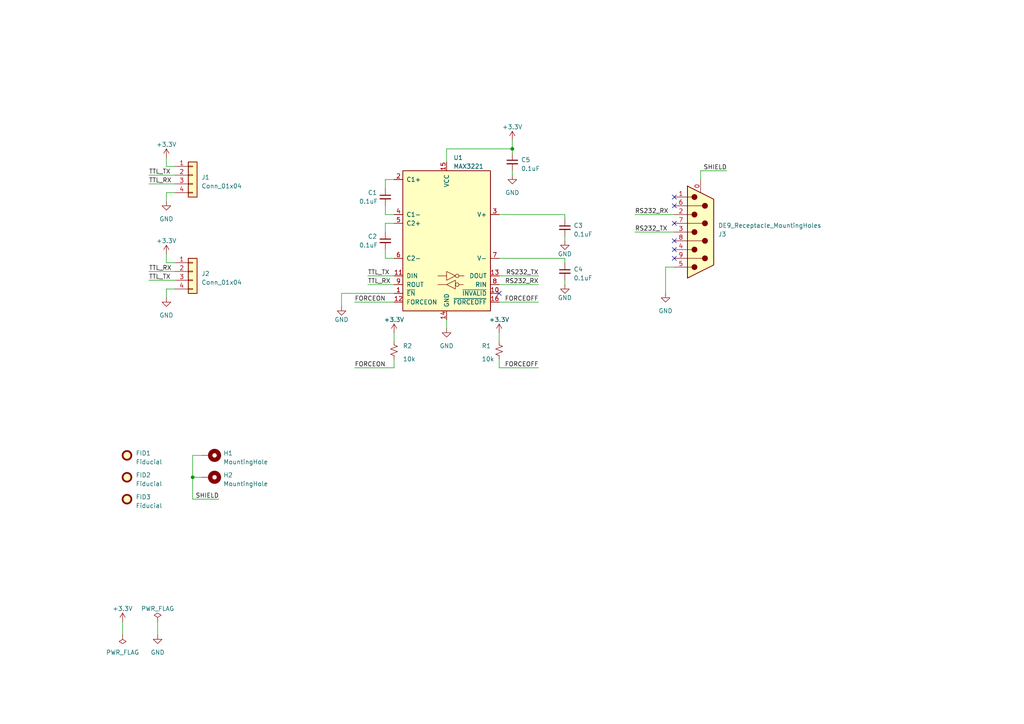
<source format=kicad_sch>
(kicad_sch (version 20230121) (generator eeschema)
  (paper "A4")
  (lib_symbols
    (symbol "Connector:DE9_Plug_MountingHoles" (pin_names (offset 1.016) hide)
      (property "Reference" "J" (at 0 16.51 0))
      (property "Value" "DE9_Plug_MountingHoles" (at 0 14.605 0))
      (symbol "DE9_Plug_MountingHoles_0_1"
        (circle (center -1.778 -10.16) (radius 0.762) (fill (type outline)))
        (circle (center -1.778 -5.08) (radius 0.762) (fill (type outline)))
        (circle (center -1.778 0) (radius 0.762) (fill (type outline)))
        (circle (center -1.778 5.08) (radius 0.762) (fill (type outline)))
        (circle (center -1.778 10.16) (radius 0.762) (fill (type outline)))
        (polyline (pts (xy -3.81 -10.16) (xy -2.54 -10.16)))
        (polyline (pts (xy -3.81 -7.62) (xy 0.508 -7.62)))
        (polyline (pts (xy -3.81 -5.08) (xy -2.54 -5.08)))
        (polyline (pts (xy -3.81 -2.54) (xy 0.508 -2.54)))
        (polyline (pts (xy -3.81 0) (xy -2.54 0)))
        (polyline (pts (xy -3.81 2.54) (xy 0.508 2.54)))
        (polyline (pts (xy -3.81 5.08) (xy -2.54 5.08)))
        (polyline (pts (xy -3.81 7.62) (xy 0.508 7.62)))
        (polyline (pts (xy -3.81 10.16) (xy -2.54 10.16)))
        (polyline (pts (xy -3.81 -13.335) (xy -3.81 13.335) (xy 3.81 9.525) (xy 3.81 -9.525) (xy -3.81 -13.335)) (stroke (width 0.254)) (fill (type background)))
        (circle (center 1.27 -7.62) (radius 0.762) (fill (type outline)))
        (circle (center 1.27 -2.54) (radius 0.762) (fill (type outline)))
        (circle (center 1.27 2.54) (radius 0.762) (fill (type outline)))
        (circle (center 1.27 7.62) (radius 0.762) (fill (type outline)))
      )
      (symbol "DE9_Plug_MountingHoles_1_1"
        (pin passive line (at 0 -15.24 90) (length 3.81) (name "PAD") (number "0"))
        (pin passive line (at -7.62 -10.16 0) (length 3.81) (name "1") (number "1"))
        (pin passive line (at -7.62 -5.08 0) (length 3.81) (name "2") (number "2"))
        (pin passive line (at -7.62 0 0) (length 3.81) (name "3") (number "3"))
        (pin passive line (at -7.62 5.08 0) (length 3.81) (name "4") (number "4"))
        (pin passive line (at -7.62 10.16 0) (length 3.81) (name "5") (number "5"))
        (pin passive line (at -7.62 -7.62 0) (length 3.81) (name "6") (number "6"))
        (pin passive line (at -7.62 -2.54 0) (length 3.81) (name "7") (number "7"))
        (pin passive line (at -7.62 2.54 0) (length 3.81) (name "8") (number "8"))
        (pin passive line (at -7.62 7.62 0) (length 3.81) (name "9") (number "9"))
      )
    )
    (symbol "Connector_Generic:Conn_01x04" (pin_names (offset 1.016) hide)
      (property "Reference" "J" (at 0 5.08 0))
      (property "Value" "Conn_01x04" (at 0 -7.62 0))
      (symbol "Conn_01x04_1_1"
        (rectangle (start -1.27 -4.953) (end 0 -5.207) (stroke (width 0.1524)))
        (rectangle (start -1.27 -2.413) (end 0 -2.667) (stroke (width 0.1524)))
        (rectangle (start -1.27 0.127) (end 0 -0.127) (stroke (width 0.1524)))
        (rectangle (start -1.27 2.667) (end 0 2.413) (stroke (width 0.1524)))
        (rectangle (start -1.27 3.81) (end 1.27 -6.35) (stroke (width 0.254)) (fill (type background)))
        (pin passive line (at -5.08 2.54 0) (length 3.81) (name "Pin_1") (number "1"))
        (pin passive line (at -5.08 0 0) (length 3.81) (name "Pin_2") (number "2"))
        (pin passive line (at -5.08 -2.54 0) (length 3.81) (name "Pin_3") (number "3"))
        (pin passive line (at -5.08 -5.08 0) (length 3.81) (name "Pin_4") (number "4"))
      )
    )
    (symbol "Device:C_Small" (pin_numbers hide) (pin_names (offset 0.254) hide)
      (property "Reference" "C" (at 0.254 1.778 0))
      (property "Value" "C_Small" (at 0.254 -2.032 0))
      (symbol "C_Small_0_1"
        (polyline (pts (xy -1.524 -0.508) (xy 1.524 -0.508)) (stroke (width 0.3302)))
        (polyline (pts (xy -1.524 0.508) (xy 1.524 0.508)) (stroke (width 0.3048)))
      )
      (symbol "C_Small_1_1"
        (pin passive line (at 0 2.54 270) (length 2.032) (name "~") (number "1"))
        (pin passive line (at 0 -2.54 90) (length 2.032) (name "~") (number "2"))
      )
    )
    (symbol "Device:R_Small_US" (pin_numbers hide) (pin_names (offset 0.254) hide)
      (property "Reference" "R" (at 0.762 0.508 0))
      (property "Value" "R_Small_US" (at 0.762 -1.016 0))
      (symbol "R_Small_US_1_1"
        (polyline (pts (xy 0 0) (xy 1.016 -0.381) (xy 0 -0.762) (xy -1.016 -1.143) (xy 0 -1.524)))
        (polyline (pts (xy 0 1.524) (xy 1.016 1.143) (xy 0 0.762) (xy -1.016 0.381) (xy 0 0)))
        (pin passive line (at 0 2.54 270) (length 1.016) (name "~") (number "1"))
        (pin passive line (at 0 -2.54 90) (length 1.016) (name "~") (number "2"))
      )
    )
    (symbol "Interface_UART:MAX3221" (pin_names (offset 1.016))
      (property "Reference" "U" (at -10.16 21.59 0))
      (property "Value" "MAX3221" (at 12.7 21.59 0))
      (symbol "MAX3221_0_1"
        (rectangle (start -12.7 -20.32) (end 12.7 20.32) (stroke (width 0.254)) (fill (type background)))
        (polyline (pts (xy -2.54 -12.7) (xy 0 -12.7) (xy 0 -12.7)))
        (polyline (pts (xy -2.54 -10.16) (xy 0 -10.16) (xy 0 -10.16)))
        (polyline (pts (xy 3.556 -12.7) (xy 4.826 -12.7) (xy 4.826 -12.7)))
        (polyline (pts (xy 3.556 -10.16) (xy 5.08 -10.16) (xy 5.08 -10.16)))
        (polyline (pts (xy 2.54 -11.43) (xy 2.54 -13.97) (xy 0 -12.7) (xy 2.54 -11.43) (xy 2.54 -11.43)))
        (polyline (pts (xy 0 -11.43) (xy 0 -8.89) (xy 2.54 -10.16) (xy 0 -11.43) (xy 0 -11.43) (xy 0 -11.43)))
        (circle (center 3.048 -12.7) (radius 0.508))
        (circle (center 3.048 -10.16) (radius 0.508))
      )
      (symbol "MAX3221_1_1"
        (pin input line (at -15.24 -15.24 0) (length 2.54) (name "~{EN}") (number "1"))
        (pin output line (at 15.24 -15.24 180) (length 2.54) (name "~{INVALID}") (number "10"))
        (pin input line (at -15.24 -10.16 0) (length 2.54) (name "DIN") (number "11"))
        (pin input line (at -15.24 -17.78 0) (length 2.54) (name "FORCEON") (number "12"))
        (pin output line (at 15.24 -10.16 180) (length 2.54) (name "DOUT") (number "13"))
        (pin power_in line (at 0 -22.86 90) (length 2.54) (name "GND") (number "14"))
        (pin power_in line (at 0 22.86 270) (length 2.54) (name "VCC") (number "15"))
        (pin input line (at 15.24 -17.78 180) (length 2.54) (name "~{FORCEOFF}") (number "16"))
        (pin passive line (at -15.24 17.78 0) (length 2.54) (name "C1+") (number "2"))
        (pin power_out line (at 15.24 7.62 180) (length 2.54) (name "V+") (number "3"))
        (pin passive line (at -15.24 7.62 0) (length 2.54) (name "C1-") (number "4"))
        (pin passive line (at -15.24 5.08 0) (length 2.54) (name "C2+") (number "5"))
        (pin passive line (at -15.24 -5.08 0) (length 2.54) (name "C2-") (number "6"))
        (pin power_out line (at 15.24 -5.08 180) (length 2.54) (name "V-") (number "7"))
        (pin input line (at 15.24 -12.7 180) (length 2.54) (name "RIN") (number "8"))
        (pin output line (at -15.24 -12.7 0) (length 2.54) (name "ROUT") (number "9"))
      )
    )
    (symbol "Mechanical:Fiducial"
      (property "Reference" "FID" (at 0 5.08 0))
      (property "Value" "Fiducial" (at 0 3.175 0))
      (symbol "Fiducial_0_1"
        (circle (center 0 0) (radius 1.27) (stroke (width 0.508)) (fill (type background)))
      )
    )
    (symbol "Mechanical:MountingHole_Pad" (pin_numbers hide) (pin_names (offset 1.016) hide)
      (property "Reference" "H" (at 0 6.35 0))
      (property "Value" "MountingHole_Pad" (at 0 4.445 0))
      (symbol "MountingHole_Pad_0_1"
        (circle (center 0 1.27) (radius 1.27) (stroke (width 1.27)))
      )
      (symbol "MountingHole_Pad_1_1"
        (pin input line (at 0 -2.54 90) (length 2.54) (name "1") (number "1"))
      )
    )
    (symbol "power:+3.3V" (power) (pin_names (offset 0))
      (property "Value" "+3.3V" (at 0 3.556 0))
      (symbol "+3.3V_0_1"
        (polyline (pts (xy -0.762 1.27) (xy 0 2.54)))
        (polyline (pts (xy 0 0) (xy 0 2.54)))
        (polyline (pts (xy 0 2.54) (xy 0.762 1.27)))
      )
      (symbol "+3.3V_1_1"
        (pin power_in line (at 0 0 90) (length 0) hide (name "+3.3V") (number "1"))
      )
    )
    (symbol "power:GND" (power) (pin_names (offset 0))
      (property "Value" "GND" (at 0 -3.81 0))
      (symbol "GND_0_1"
        (polyline (pts (xy 0 0) (xy 0 -1.27) (xy 1.27 -1.27) (xy 0 -2.54) (xy -1.27 -1.27) (xy 0 -1.27)))
      )
      (symbol "GND_1_1"
        (pin power_in line (at 0 0 270) (length 0) hide (name "GND") (number "1"))
      )
    )
    (symbol "power:PWR_FLAG" (power) (pin_numbers hide) (pin_names (offset 0) hide)
      (property "Value" "PWR_FLAG" (at 0 3.81 0))
      (symbol "PWR_FLAG_0_0"
        (pin power_out line (at 0 0 90) (length 0) (name "pwr") (number "1"))
      )
      (symbol "PWR_FLAG_0_1"
        (polyline (pts (xy 0 0) (xy 0 1.27) (xy -1.016 1.905) (xy 0 2.54) (xy 1.016 1.905) (xy 0 1.27)))
      )
    )
  )
  (junction (at 148.59 43.18))
  (junction (at 55.88 138.43))
  (no_connect (at 195.58 69.85))
  (no_connect (at 195.58 57.15))
  (no_connect (at 195.58 59.69))
  (no_connect (at 144.78 85.09))
  (no_connect (at 195.58 72.39))
  (no_connect (at 195.58 64.77))
  (no_connect (at 195.58 74.93))
  (wire (pts (xy 55.88 138.43) (xy 58.42 138.43)))
  (wire (pts (xy 184.15 62.23) (xy 195.58 62.23)))
  (wire (pts (xy 129.54 92.71) (xy 129.54 95.25)))
  (wire (pts (xy 111.76 74.93) (xy 114.3 74.93)))
  (wire (pts (xy 106.68 80.01) (xy 114.3 80.01)))
  (wire (pts (xy 148.59 43.18) (xy 129.54 43.18)))
  (wire (pts (xy 48.26 86.36) (xy 48.26 83.82)))
  (wire (pts (xy 144.78 106.68) (xy 144.78 104.14)))
  (wire (pts (xy 102.87 87.63) (xy 114.3 87.63)))
  (wire (pts (xy 35.56 180.34) (xy 35.56 184.15)))
  (wire (pts (xy 43.18 50.8) (xy 50.8 50.8)))
  (wire (pts (xy 55.88 138.43) (xy 55.88 132.08)))
  (wire (pts (xy 114.3 96.52) (xy 114.3 99.06)))
  (wire (pts (xy 106.68 82.55) (xy 114.3 82.55)))
  (wire (pts (xy 144.78 87.63) (xy 156.21 87.63)))
  (wire (pts (xy 184.15 67.31) (xy 195.58 67.31)))
  (wire (pts (xy 55.88 144.78) (xy 63.5 144.78)))
  (wire (pts (xy 111.76 52.07) (xy 114.3 52.07)))
  (wire (pts (xy 163.83 68.58) (xy 163.83 69.85)))
  (wire (pts (xy 55.88 138.43) (xy 55.88 144.78)))
  (wire (pts (xy 48.26 58.42) (xy 48.26 55.88)))
  (wire (pts (xy 48.26 76.2) (xy 48.26 73.66)))
  (wire (pts (xy 144.78 82.55) (xy 156.21 82.55)))
  (wire (pts (xy 148.59 49.53) (xy 148.59 50.8)))
  (wire (pts (xy 111.76 64.77) (xy 111.76 67.31)))
  (wire (pts (xy 114.3 62.23) (xy 111.76 62.23)))
  (wire (pts (xy 193.04 77.47) (xy 195.58 77.47)))
  (wire (pts (xy 102.87 106.68) (xy 114.3 106.68)))
  (wire (pts (xy 144.78 96.52) (xy 144.78 99.06)))
  (wire (pts (xy 43.18 53.34) (xy 50.8 53.34)))
  (wire (pts (xy 99.06 85.09) (xy 114.3 85.09)))
  (wire (pts (xy 193.04 77.47) (xy 193.04 85.09)))
  (wire (pts (xy 203.2 49.53) (xy 210.82 49.53)))
  (wire (pts (xy 163.83 81.28) (xy 163.83 82.55)))
  (wire (pts (xy 144.78 106.68) (xy 156.21 106.68)))
  (wire (pts (xy 48.26 48.26) (xy 48.26 45.72)))
  (wire (pts (xy 50.8 48.26) (xy 48.26 48.26)))
  (wire (pts (xy 148.59 40.64) (xy 148.59 43.18)))
  (wire (pts (xy 163.83 74.93) (xy 163.83 76.2)))
  (wire (pts (xy 114.3 64.77) (xy 111.76 64.77)))
  (wire (pts (xy 111.76 62.23) (xy 111.76 59.69)))
  (wire (pts (xy 43.18 81.28) (xy 50.8 81.28)))
  (wire (pts (xy 148.59 44.45) (xy 148.59 43.18)))
  (wire (pts (xy 203.2 52.07) (xy 203.2 49.53)))
  (wire (pts (xy 48.26 55.88) (xy 50.8 55.88)))
  (wire (pts (xy 129.54 46.99) (xy 129.54 43.18)))
  (wire (pts (xy 99.06 88.9) (xy 99.06 85.09)))
  (wire (pts (xy 45.72 180.34) (xy 45.72 184.15)))
  (wire (pts (xy 111.76 54.61) (xy 111.76 52.07)))
  (wire (pts (xy 144.78 74.93) (xy 163.83 74.93)))
  (wire (pts (xy 114.3 106.68) (xy 114.3 104.14)))
  (wire (pts (xy 48.26 83.82) (xy 50.8 83.82)))
  (wire (pts (xy 144.78 62.23) (xy 163.83 62.23)))
  (wire (pts (xy 111.76 72.39) (xy 111.76 74.93)))
  (wire (pts (xy 43.18 78.74) (xy 50.8 78.74)))
  (wire (pts (xy 50.8 76.2) (xy 48.26 76.2)))
  (wire (pts (xy 144.78 80.01) (xy 156.21 80.01)))
  (wire (pts (xy 163.83 62.23) (xy 163.83 63.5)))
  (wire (pts (xy 55.88 132.08) (xy 58.42 132.08)))
  (label "SHIELD" (at 63.5 144.78 180))
  (label "RS232_TX" (at 184.15 67.31 0))
  (label "TTL_TX" (at 106.68 80.01 0))
  (label "TTL_RX" (at 106.68 82.55 0))
  (label "TTL_TX" (at 43.18 81.28 0))
  (label "RS232_RX" (at 184.15 62.23 0))
  (label "TTL_RX" (at 43.18 78.74 0))
  (label "SHIELD" (at 210.82 49.53 180))
  (label "FORCEON" (at 102.87 87.63 0))
  (label "FORCEOFF" (at 156.21 106.68 180))
  (label "RS232_RX" (at 156.21 82.55 180))
  (label "FORCEOFF" (at 156.21 87.63 180))
  (label "TTL_TX" (at 43.18 50.8 0))
  (label "FORCEON" (at 102.87 106.68 0))
  (label "RS232_TX" (at 156.21 80.01 180))
  (label "TTL_RX" (at 43.18 53.34 0))
  (symbol (lib_id "power:GND") (at 48.26 58.42 0) (unit 1)
    (property "Reference" "#PWR03" (effects hide))
    (property "Value" "GND" (at 48.26 63.5 0))
  )
  (symbol (lib_id "power:+3.3V") (at 148.59 40.64 0) (unit 1)
    (property "Reference" "#PWR09" (effects hide))
    (property "Value" "+3.3V" (at 148.59 36.83 0))
  )
  (symbol (lib_id "Mechanical:Fiducial") (at 36.83 144.78 0) (unit 1)
    (property "Reference" "FID3" (at 39.37 144.145 0) (effects (justify left)))
    (property "Value" "Fiducial" (at 39.37 146.685 0) (effects (justify left)))
    (property "Footprint" "parts:fiducial_jlcpcb_smt" (effects hide))
  )
  (symbol (lib_id "power:+3.3V") (at 144.78 96.52 0) (unit 1)
    (property "Reference" "#PWR011" (effects hide))
    (property "Value" "+3.3V" (at 144.78 92.71 0))
  )
  (symbol (lib_id "power:+3.3V") (at 48.26 73.66 0) (unit 1)
    (property "Reference" "#PWR02" (effects hide))
    (property "Value" "+3.3V" (at 48.26 69.85 0))
  )
  (symbol (lib_id "Device:C_Small") (at 111.76 69.85 0) (unit 1)
    (property "Reference" "C2" (at 106.68 68.58 0) (effects (justify left)))
    (property "Value" "0.1uF" (at 104.14 71.12 0) (effects (justify left)))
    (property "Footprint" "Capacitor_SMD:C_0603_1608Metric" (effects hide))
    (property "LCSC" "C14663" (effects hide))
  )
  (symbol (lib_id "Mechanical:MountingHole_Pad") (at 60.96 138.43 270) (unit 1)
    (property "Reference" "H2" (at 64.77 137.795 90) (effects (justify left)))
    (property "Value" "MountingHole" (at 64.77 140.335 90) (effects (justify left)))
    (property "Footprint" "MountingHole:MountingHole_3.2mm_M3_Pad" (effects hide))
  )
  (symbol (lib_id "Device:C_Small") (at 148.59 46.99 0) (unit 1)
    (property "Reference" "C5" (at 151.13 46.3613 0) (effects (justify left)))
    (property "Value" "0.1uF" (at 151.13 48.9013 0) (effects (justify left)))
    (property "Footprint" "Capacitor_SMD:C_0603_1608Metric" (effects hide))
    (property "LCSC" "C14663" (effects hide))
  )
  (symbol (lib_id "power:+3.3V") (at 114.3 96.52 0) (unit 1)
    (property "Reference" "#PWR012" (effects hide))
    (property "Value" "+3.3V" (at 114.3 92.71 0))
  )
  (symbol (lib_id "power:GND") (at 193.04 85.09 0) (unit 1)
    (property "Reference" "#PWR05" (effects hide))
    (property "Value" "GND" (at 193.04 90.17 0))
  )
  (symbol (lib_id "Device:R_Small_US") (at 114.3 101.6 0) (unit 1)
    (property "Reference" "R2" (at 116.84 100.33 0) (effects (justify left)))
    (property "Value" "10k" (at 116.84 104.14 0) (effects (justify left)))
    (property "Footprint" "Resistor_SMD:R_0603_1608Metric" (effects hide))
    (property "LCSC" "C25804" (effects hide))
  )
  (symbol (lib_id "power:GND") (at 129.54 95.25 0) (unit 1)
    (property "Reference" "#PWR07" (effects hide))
    (property "Value" "GND" (at 129.54 100.33 0))
  )
  (symbol (lib_id "Connector_Generic:Conn_01x04") (at 55.88 78.74 0) (unit 1)
    (property "Reference" "J2" (at 58.42 79.375 0) (effects (justify left)))
    (property "Value" "Conn_01x04" (at 58.42 81.915 0) (effects (justify left)))
    (property "Footprint" "Connector_PinHeader_2.54mm:PinHeader_1x04_P2.54mm_Horizontal" (effects hide))
    (property "Mouser" "649-1012937990403BLF" (effects hide))
  )
  (symbol (lib_id "power:PWR_FLAG") (at 45.72 180.34 0) (unit 1)
    (property "Reference" "#FLG02" (effects hide))
    (property "Value" "PWR_FLAG" (at 45.72 176.53 0))
  )
  (symbol (lib_id "power:GND") (at 45.72 184.15 0) (unit 1)
    (property "Reference" "#PWR015" (effects hide))
    (property "Value" "GND" (at 45.72 189.23 0))
  )
  (symbol (lib_id "Device:C_Small") (at 163.83 66.04 0) (unit 1)
    (property "Reference" "C3" (at 166.37 65.4113 0) (effects (justify left)))
    (property "Value" "0.1uF" (at 166.37 67.9513 0) (effects (justify left)))
    (property "Footprint" "Capacitor_SMD:C_0603_1608Metric" (effects hide))
    (property "LCSC" "C14663" (effects hide))
  )
  (symbol (lib_id "Connector:DE9_Plug_MountingHoles") (at 203.2 67.31 0) (mirror x) (unit 1)
    (property "Reference" "J3" (at 208.28 67.945 0) (effects (justify left)))
    (property "Value" "DE9_Receptacle_MountingHoles" (at 208.28 65.405 0) (effects (justify left)))
    (property "Footprint" "Connector_Dsub:DSUB-9_Male_Horizontal_P2.77x2.84mm_EdgePinOffset7.70mm_Housed_MountingHolesOffset9.12mm" (effects hide))
    (property "Datasheet" " ~" (effects hide))
    (property "Mouser" "636-182-009-213R561" (effects hide))
  )
  (symbol (lib_id "Mechanical:Fiducial") (at 36.83 138.43 0) (unit 1)
    (property "Reference" "FID2" (at 39.37 137.795 0) (effects (justify left)))
    (property "Value" "Fiducial" (at 39.37 140.335 0) (effects (justify left)))
    (property "Footprint" "parts:fiducial_jlcpcb_smt" (effects hide))
  )
  (symbol (lib_id "Device:C_Small") (at 163.83 78.74 0) (unit 1)
    (property "Reference" "C4" (at 166.37 78.1113 0) (effects (justify left)))
    (property "Value" "0.1uF" (at 166.37 80.6513 0) (effects (justify left)))
    (property "Footprint" "Capacitor_SMD:C_0603_1608Metric" (effects hide))
    (property "LCSC" "C14663" (effects hide))
  )
  (symbol (lib_id "power:+3.3V") (at 35.56 180.34 0) (unit 1)
    (property "Reference" "#PWR014" (effects hide))
    (property "Value" "+3.3V" (at 35.56 176.53 0))
  )
  (symbol (lib_id "power:GND") (at 163.83 82.55 0) (unit 1)
    (property "Reference" "#PWR08" (effects hide))
    (property "Value" "GND" (at 163.83 86.36 0))
  )
  (symbol (lib_id "Mechanical:MountingHole_Pad") (at 60.96 132.08 270) (unit 1)
    (property "Reference" "H1" (at 64.77 131.445 90) (effects (justify left)))
    (property "Value" "MountingHole" (at 64.77 133.985 90) (effects (justify left)))
    (property "Footprint" "MountingHole:MountingHole_3.2mm_M3_Pad" (effects hide))
  )
  (symbol (lib_id "Device:C_Small") (at 111.76 57.15 0) (unit 1)
    (property "Reference" "C1" (at 106.68 55.88 0) (effects (justify left)))
    (property "Value" "0.1uF" (at 104.14 58.42 0) (effects (justify left)))
    (property "Footprint" "Capacitor_SMD:C_0603_1608Metric" (effects hide))
    (property "LCSC" "C14663" (effects hide))
  )
  (symbol (lib_id "power:GND") (at 163.83 69.85 0) (unit 1)
    (property "Reference" "#PWR06" (effects hide))
    (property "Value" "GND" (at 163.83 73.66 0))
  )
  (symbol (lib_id "Mechanical:Fiducial") (at 36.83 132.08 0) (unit 1)
    (property "Reference" "FID1" (at 39.37 131.445 0) (effects (justify left)))
    (property "Value" "Fiducial" (at 39.37 133.985 0) (effects (justify left)))
    (property "Footprint" "parts:fiducial_jlcpcb_smt" (effects hide))
  )
  (symbol (lib_id "Device:R_Small_US") (at 144.78 101.6 0) (unit 1)
    (property "Reference" "R1" (at 139.7 100.33 0) (effects (justify left)))
    (property "Value" "10k" (at 139.7 104.14 0) (effects (justify left)))
    (property "Footprint" "Resistor_SMD:R_0603_1608Metric" (effects hide))
    (property "LCSC" "C25804" (effects hide))
  )
  (symbol (lib_id "Interface_UART:MAX3221") (at 129.54 69.85 0) (unit 1)
    (property "Reference" "U1" (at 131.4959 45.72 0) (effects (justify left)))
    (property "Value" "MAX3221" (at 131.4959 48.26 0) (effects (justify left)))
    (property "Footprint" "Package_SO:TSSOP-16_4.4x5mm_P0.65mm" (effects hide))
    (property "Datasheet" "http://www.ti.com/lit/ds/symlink/max3221.pdf" (effects hide))
    (property "LCSC" "C44383" (effects hide))
  )
  (symbol (lib_id "power:PWR_FLAG") (at 35.56 184.15 180) (unit 1)
    (property "Reference" "#FLG01" (effects hide))
    (property "Value" "PWR_FLAG" (at 35.56 189.23 0))
  )
  (symbol (lib_id "power:GND") (at 48.26 86.36 0) (unit 1)
    (property "Reference" "#PWR04" (effects hide))
    (property "Value" "GND" (at 48.26 91.44 0))
  )
  (symbol (lib_id "power:GND") (at 148.59 50.8 0) (unit 1)
    (property "Reference" "#PWR010" (effects hide))
    (property "Value" "GND" (at 148.59 55.88 0))
  )
  (symbol (lib_id "power:GND") (at 99.06 88.9 0) (unit 1)
    (property "Reference" "#PWR013" (effects hide))
    (property "Value" "GND" (at 99.06 92.71 0))
  )
  (symbol (lib_id "Connector_Generic:Conn_01x04") (at 55.88 50.8 0) (unit 1)
    (property "Reference" "J1" (at 58.42 51.435 0) (effects (justify left)))
    (property "Value" "Conn_01x04" (at 58.42 53.975 0) (effects (justify left)))
    (property "Footprint" "Connector_PinHeader_2.54mm:PinHeader_1x04_P2.54mm_Horizontal" (effects hide))
    (property "Mouser" "649-1012937990403BLF" (effects hide))
  )
  (symbol (lib_id "power:+3.3V") (at 48.26 45.72 0) (unit 1)
    (property "Reference" "#PWR01" (effects hide))
    (property "Value" "+3.3V" (at 48.26 41.91 0))
  )
)
</source>
